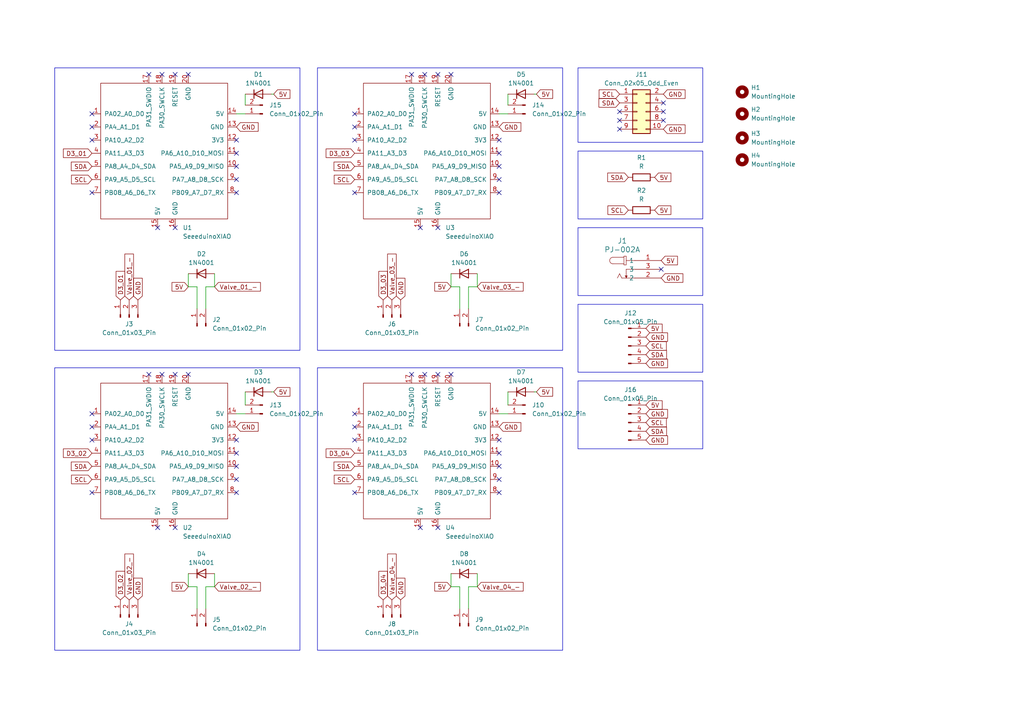
<source format=kicad_sch>
(kicad_sch (version 20230121) (generator eeschema)
  (paper "A4")
  (lib_symbols
    (symbol "Connector:Conn_01x02_Pin" (pin_names (offset 1.016) hide)
      (property "Reference" "J" (at 0 2.54 0))
      (property "Value" "Conn_01x02_Pin" (at 0 -5.08 0))
      (symbol "Conn_01x02_Pin_1_1"
        (polyline (pts (xy 1.27 -2.54) (xy 0.8636 -2.54)) (stroke (width 0.1524)))
        (polyline (pts (xy 1.27 0) (xy 0.8636 0)) (stroke (width 0.1524)))
        (rectangle (start 0.8636 -2.413) (end 0 -2.667) (stroke (width 0.1524)) (fill (type outline)))
        (rectangle (start 0.8636 0.127) (end 0 -0.127) (stroke (width 0.1524)) (fill (type outline)))
        (pin passive line (at 5.08 0 180) (length 3.81) (name "Pin_1") (number "1"))
        (pin passive line (at 5.08 -2.54 180) (length 3.81) (name "Pin_2") (number "2"))
      )
    )
    (symbol "Connector:Conn_01x03_Pin" (pin_names (offset 1.016) hide)
      (property "Reference" "J" (at 0 5.08 0))
      (property "Value" "Conn_01x03_Pin" (at 0 -5.08 0))
      (symbol "Conn_01x03_Pin_1_1"
        (polyline (pts (xy 1.27 -2.54) (xy 0.8636 -2.54)) (stroke (width 0.1524)))
        (polyline (pts (xy 1.27 0) (xy 0.8636 0)) (stroke (width 0.1524)))
        (polyline (pts (xy 1.27 2.54) (xy 0.8636 2.54)) (stroke (width 0.1524)))
        (rectangle (start 0.8636 -2.413) (end 0 -2.667) (stroke (width 0.1524)) (fill (type outline)))
        (rectangle (start 0.8636 0.127) (end 0 -0.127) (stroke (width 0.1524)) (fill (type outline)))
        (rectangle (start 0.8636 2.667) (end 0 2.413) (stroke (width 0.1524)) (fill (type outline)))
        (pin passive line (at 5.08 2.54 180) (length 3.81) (name "Pin_1") (number "1"))
        (pin passive line (at 5.08 0 180) (length 3.81) (name "Pin_2") (number "2"))
        (pin passive line (at 5.08 -2.54 180) (length 3.81) (name "Pin_3") (number "3"))
      )
    )
    (symbol "Connector:Conn_01x05_Pin" (pin_names (offset 1.016) hide)
      (property "Reference" "J" (at 0 7.62 0))
      (property "Value" "Conn_01x05_Pin" (at 0 -7.62 0))
      (symbol "Conn_01x05_Pin_1_1"
        (polyline (pts (xy 1.27 -5.08) (xy 0.8636 -5.08)) (stroke (width 0.1524)))
        (polyline (pts (xy 1.27 -2.54) (xy 0.8636 -2.54)) (stroke (width 0.1524)))
        (polyline (pts (xy 1.27 0) (xy 0.8636 0)) (stroke (width 0.1524)))
        (polyline (pts (xy 1.27 2.54) (xy 0.8636 2.54)) (stroke (width 0.1524)))
        (polyline (pts (xy 1.27 5.08) (xy 0.8636 5.08)) (stroke (width 0.1524)))
        (rectangle (start 0.8636 -4.953) (end 0 -5.207) (stroke (width 0.1524)) (fill (type outline)))
        (rectangle (start 0.8636 -2.413) (end 0 -2.667) (stroke (width 0.1524)) (fill (type outline)))
        (rectangle (start 0.8636 0.127) (end 0 -0.127) (stroke (width 0.1524)) (fill (type outline)))
        (rectangle (start 0.8636 2.667) (end 0 2.413) (stroke (width 0.1524)) (fill (type outline)))
        (rectangle (start 0.8636 5.207) (end 0 4.953) (stroke (width 0.1524)) (fill (type outline)))
        (pin passive line (at 5.08 5.08 180) (length 3.81) (name "Pin_1") (number "1"))
        (pin passive line (at 5.08 2.54 180) (length 3.81) (name "Pin_2") (number "2"))
        (pin passive line (at 5.08 0 180) (length 3.81) (name "Pin_3") (number "3"))
        (pin passive line (at 5.08 -2.54 180) (length 3.81) (name "Pin_4") (number "4"))
        (pin passive line (at 5.08 -5.08 180) (length 3.81) (name "Pin_5") (number "5"))
      )
    )
    (symbol "Connector_Generic:Conn_02x05_Odd_Even" (pin_names (offset 1.016) hide)
      (property "Reference" "J" (at 1.27 7.62 0))
      (property "Value" "Conn_02x05_Odd_Even" (at 1.27 -7.62 0))
      (symbol "Conn_02x05_Odd_Even_1_1"
        (rectangle (start -1.27 -4.953) (end 0 -5.207) (stroke (width 0.1524)))
        (rectangle (start -1.27 -2.413) (end 0 -2.667) (stroke (width 0.1524)))
        (rectangle (start -1.27 0.127) (end 0 -0.127) (stroke (width 0.1524)))
        (rectangle (start -1.27 2.667) (end 0 2.413) (stroke (width 0.1524)))
        (rectangle (start -1.27 5.207) (end 0 4.953) (stroke (width 0.1524)))
        (rectangle (start -1.27 6.35) (end 3.81 -6.35) (stroke (width 0.254)) (fill (type background)))
        (rectangle (start 3.81 -4.953) (end 2.54 -5.207) (stroke (width 0.1524)))
        (rectangle (start 3.81 -2.413) (end 2.54 -2.667) (stroke (width 0.1524)))
        (rectangle (start 3.81 0.127) (end 2.54 -0.127) (stroke (width 0.1524)))
        (rectangle (start 3.81 2.667) (end 2.54 2.413) (stroke (width 0.1524)))
        (rectangle (start 3.81 5.207) (end 2.54 4.953) (stroke (width 0.1524)))
        (pin passive line (at -5.08 5.08 0) (length 3.81) (name "Pin_1") (number "1"))
        (pin passive line (at 7.62 -5.08 180) (length 3.81) (name "Pin_10") (number "10"))
        (pin passive line (at 7.62 5.08 180) (length 3.81) (name "Pin_2") (number "2"))
        (pin passive line (at -5.08 2.54 0) (length 3.81) (name "Pin_3") (number "3"))
        (pin passive line (at 7.62 2.54 180) (length 3.81) (name "Pin_4") (number "4"))
        (pin passive line (at -5.08 0 0) (length 3.81) (name "Pin_5") (number "5"))
        (pin passive line (at 7.62 0 180) (length 3.81) (name "Pin_6") (number "6"))
        (pin passive line (at -5.08 -2.54 0) (length 3.81) (name "Pin_7") (number "7"))
        (pin passive line (at 7.62 -2.54 180) (length 3.81) (name "Pin_8") (number "8"))
        (pin passive line (at -5.08 -5.08 0) (length 3.81) (name "Pin_9") (number "9"))
      )
    )
    (symbol "Device:R" (pin_numbers hide) (pin_names (offset 0))
      (property "Reference" "R" (at 2.032 0 90))
      (property "Value" "R" (at 0 0 90))
      (symbol "R_0_1"
        (rectangle (start -1.016 -2.54) (end 1.016 2.54) (stroke (width 0.254)))
      )
      (symbol "R_1_1"
        (pin passive line (at 0 3.81 270) (length 1.27) (name "~") (number "1"))
        (pin passive line (at 0 -3.81 90) (length 1.27) (name "~") (number "2"))
      )
    )
    (symbol "Diode:1N4001" (pin_numbers hide) (pin_names hide)
      (property "Reference" "D" (at 0 2.54 0))
      (property "Value" "1N4001" (at 0 -2.54 0))
      (symbol "1N4001_0_1"
        (polyline (pts (xy -1.27 1.27) (xy -1.27 -1.27)) (stroke (width 0.254)))
        (polyline (pts (xy 1.27 0) (xy -1.27 0)))
        (polyline (pts (xy 1.27 1.27) (xy 1.27 -1.27) (xy -1.27 0) (xy 1.27 1.27)) (stroke (width 0.254)))
      )
      (symbol "1N4001_1_1"
        (pin passive line (at -3.81 0 0) (length 2.54) (name "K") (number "1"))
        (pin passive line (at 3.81 0 180) (length 2.54) (name "A") (number "2"))
      )
    )
    (symbol "Mechanical:MountingHole" (pin_names (offset 1.016))
      (property "Reference" "H" (at 0 5.08 0))
      (property "Value" "MountingHole" (at 0 3.175 0))
      (symbol "MountingHole_0_1"
        (circle (center 0 0) (radius 1.27) (stroke (width 1.27)))
      )
    )
    (symbol "Pneumatactors:PJ-002A" (pin_names (offset 0.254))
      (property "Reference" "J" (at -7.62 7.62 0))
      (property "Value" "PJ-002A" (at -7.62 5.08 0))
      (symbol "PJ-002A_0_1"
        (arc (start -13.97 0.9652) (mid -14.931 0) (end -13.97 -0.9652) (stroke (width 0.127)))
        (polyline (pts (xy -12.065 -3.81) (xy -12.7 -5.08)) (stroke (width 0.127)))
        (polyline (pts (xy -11.43 -5.08) (xy -12.065 -3.81)) (stroke (width 0.127)))
        (polyline (pts (xy -10.795 -0.9525) (xy -13.97 -0.9525)) (stroke (width 0.127)))
        (polyline (pts (xy -10.795 0.9525) (xy -13.97 0.9525)) (stroke (width 0.127)))
        (polyline (pts (xy -10.795 1.27) (xy -10.795 -1.27)) (stroke (width 0.127)))
        (polyline (pts (xy -10.795 1.27) (xy -10.16 1.27)) (stroke (width 0.127)))
        (polyline (pts (xy -10.16 -4.445) (xy -10.16 -2.54)) (stroke (width 0.127)))
        (polyline (pts (xy -10.16 -1.27) (xy -10.795 -1.27)) (stroke (width 0.127)))
        (polyline (pts (xy -10.16 1.27) (xy -10.16 -1.27)) (stroke (width 0.127)))
        (polyline (pts (xy -7.62 -5.08) (xy -11.43 -5.08)) (stroke (width 0.127)))
        (polyline (pts (xy -7.62 -2.54) (xy -10.16 -2.54)) (stroke (width 0.127)))
        (polyline (pts (xy -7.62 0) (xy -10.16 0)) (stroke (width 0.127)))
        (polyline (pts (xy -10.16 -5.08) (xy -9.8425 -4.445) (xy -10.4775 -4.445)) (fill (type outline)))
        (pin unspecified line (at 0 0 180) (length 7.62) (name "1") (number "1"))
        (pin unspecified line (at 0 -5.08 180) (length 7.62) (name "2") (number "2"))
        (pin unspecified line (at 0 -2.54 180) (length 7.62) (name "3") (number "3"))
      )
    )
    (symbol "Xiao:SeeeduinoXIAO" (pin_names (offset 1.016))
      (property "Reference" "U" (at -19.05 22.86 0))
      (property "Value" "SeeeduinoXIAO" (at -12.7 21.59 0))
      (symbol "SeeeduinoXIAO_0_1"
        (rectangle (start -19.05 20.32) (end 17.78 -19.05))
      )
      (symbol "SeeeduinoXIAO_1_1"
        (pin unspecified line (at -21.59 11.43 0) (length 2.54) (name "PA02_A0_D0") (number "1"))
        (pin unspecified line (at 20.32 -3.81 180) (length 2.54) (name "PA5_A9_D9_MISO") (number "10"))
        (pin unspecified line (at 20.32 0 180) (length 2.54) (name "PA6_A10_D10_MOSI") (number "11"))
        (pin unspecified line (at 20.32 3.81 180) (length 2.54) (name "3V3") (number "12"))
        (pin unspecified line (at 20.32 7.62 180) (length 2.54) (name "GND") (number "13"))
        (pin unspecified line (at 20.32 11.43 180) (length 2.54) (name "5V") (number "14"))
        (pin input line (at -2.54 -21.59 90) (length 2.54) (name "5V") (number "15"))
        (pin input line (at 2.54 -21.59 90) (length 2.54) (name "GND") (number "16"))
        (pin input line (at -5.08 22.86 270) (length 2.54) (name "PA31_SWDIO") (number "17"))
        (pin input line (at -1.27 22.86 270) (length 2.54) (name "PA30_SWCLK") (number "18"))
        (pin input line (at 2.54 22.86 270) (length 2.54) (name "RESET") (number "19"))
        (pin unspecified line (at -21.59 7.62 0) (length 2.54) (name "PA4_A1_D1") (number "2"))
        (pin input line (at 6.35 22.86 270) (length 2.54) (name "GND") (number "20"))
        (pin unspecified line (at -21.59 3.81 0) (length 2.54) (name "PA10_A2_D2") (number "3"))
        (pin unspecified line (at -21.59 0 0) (length 2.54) (name "PA11_A3_D3") (number "4"))
        (pin unspecified line (at -21.59 -3.81 0) (length 2.54) (name "PA8_A4_D4_SDA") (number "5"))
        (pin unspecified line (at -21.59 -7.62 0) (length 2.54) (name "PA9_A5_D5_SCL") (number "6"))
        (pin unspecified line (at -21.59 -11.43 0) (length 2.54) (name "PB08_A6_D6_TX") (number "7"))
        (pin unspecified line (at 20.32 -11.43 180) (length 2.54) (name "PB09_A7_D7_RX") (number "8"))
        (pin unspecified line (at 20.32 -7.62 180) (length 2.54) (name "PA7_A8_D8_SCK") (number "9"))
      )
    )
  )
  (no_connect (at 127 108.585))
  (no_connect (at 102.87 33.02))
  (no_connect (at 26.67 123.825))
  (no_connect (at 102.87 55.88))
  (no_connect (at 192.405 34.925))
  (no_connect (at 123.19 21.59))
  (no_connect (at 26.67 40.64))
  (no_connect (at 144.78 52.07))
  (no_connect (at 68.58 139.065))
  (no_connect (at 144.78 44.45))
  (no_connect (at 119.38 21.59))
  (no_connect (at 26.67 142.875))
  (no_connect (at 130.81 21.59))
  (no_connect (at 43.18 21.59))
  (no_connect (at 144.78 40.64))
  (no_connect (at 26.67 55.88))
  (no_connect (at 144.78 142.875))
  (no_connect (at 130.81 108.585))
  (no_connect (at 144.78 48.26))
  (no_connect (at 191.77 78.105))
  (no_connect (at 68.58 44.45))
  (no_connect (at 102.87 120.015))
  (no_connect (at 179.705 32.385))
  (no_connect (at 45.72 153.035))
  (no_connect (at 127 66.04))
  (no_connect (at 50.8 21.59))
  (no_connect (at 123.19 108.585))
  (no_connect (at 68.58 142.875))
  (no_connect (at 68.58 40.64))
  (no_connect (at 50.8 108.585))
  (no_connect (at 26.67 33.02))
  (no_connect (at 179.705 34.925))
  (no_connect (at 102.87 142.875))
  (no_connect (at 68.58 135.255))
  (no_connect (at 26.67 120.015))
  (no_connect (at 68.58 52.07))
  (no_connect (at 46.99 21.59))
  (no_connect (at 192.405 32.385))
  (no_connect (at 102.87 127.635))
  (no_connect (at 102.87 40.64))
  (no_connect (at 127 153.035))
  (no_connect (at 144.78 55.88))
  (no_connect (at 192.405 29.845))
  (no_connect (at 46.99 108.585))
  (no_connect (at 127 21.59))
  (no_connect (at 50.8 153.035))
  (no_connect (at 50.8 66.04))
  (no_connect (at 68.58 131.445))
  (no_connect (at 102.87 123.825))
  (no_connect (at 45.72 66.04))
  (no_connect (at 121.92 66.04))
  (no_connect (at 102.87 36.83))
  (no_connect (at 54.61 108.585))
  (no_connect (at 179.705 37.465))
  (no_connect (at 68.58 127.635))
  (no_connect (at 26.67 36.83))
  (no_connect (at 26.67 127.635))
  (no_connect (at 43.18 108.585))
  (no_connect (at 144.78 127.635))
  (no_connect (at 119.38 108.585))
  (no_connect (at 144.78 135.255))
  (no_connect (at 68.58 55.88))
  (no_connect (at 144.78 131.445))
  (no_connect (at 121.92 153.035))
  (no_connect (at 54.61 21.59))
  (no_connect (at 68.58 48.26))
  (no_connect (at 144.78 139.065))
  (wire (pts (xy 71.12 120.015) (xy 68.58 120.015)))
  (wire (pts (xy 133.35 170.18) (xy 130.81 170.18)))
  (wire (pts (xy 133.35 176.53) (xy 133.35 170.18)))
  (wire (pts (xy 54.61 79.375) (xy 54.61 83.185)))
  (wire (pts (xy 78.74 113.665) (xy 79.375 113.665)))
  (wire (pts (xy 62.23 79.375) (xy 62.23 83.185)))
  (wire (pts (xy 59.69 89.535) (xy 59.69 83.185)))
  (wire (pts (xy 71.12 113.665) (xy 71.12 117.475)))
  (wire (pts (xy 133.35 89.535) (xy 133.35 83.185)))
  (wire (pts (xy 78.74 27.305) (xy 79.375 27.305)))
  (wire (pts (xy 154.94 113.665) (xy 155.575 113.665)))
  (wire (pts (xy 71.12 33.02) (xy 68.58 33.02)))
  (wire (pts (xy 133.35 83.185) (xy 130.81 83.185)))
  (wire (pts (xy 138.43 79.375) (xy 138.43 83.185)))
  (wire (pts (xy 130.81 79.375) (xy 130.81 83.185)))
  (wire (pts (xy 138.43 166.37) (xy 138.43 170.18)))
  (wire (pts (xy 57.15 83.185) (xy 54.61 83.185)))
  (wire (pts (xy 135.89 170.18) (xy 138.43 170.18)))
  (wire (pts (xy 147.32 33.02) (xy 144.78 33.02)))
  (wire (pts (xy 71.12 27.305) (xy 71.12 30.48)))
  (wire (pts (xy 59.69 83.185) (xy 62.23 83.185)))
  (wire (pts (xy 57.15 170.18) (xy 54.61 170.18)))
  (wire (pts (xy 135.89 176.53) (xy 135.89 170.18)))
  (wire (pts (xy 57.15 89.535) (xy 57.15 83.185)))
  (wire (pts (xy 54.61 166.37) (xy 54.61 170.18)))
  (wire (pts (xy 147.32 120.015) (xy 144.78 120.015)))
  (wire (pts (xy 59.69 176.53) (xy 59.69 170.18)))
  (wire (pts (xy 62.23 166.37) (xy 62.23 170.18)))
  (wire (pts (xy 130.81 166.37) (xy 130.81 170.18)))
  (wire (pts (xy 154.94 27.305) (xy 155.575 27.305)))
  (wire (pts (xy 57.15 176.53) (xy 57.15 170.18)))
  (wire (pts (xy 147.32 27.305) (xy 147.32 30.48)))
  (wire (pts (xy 135.89 83.185) (xy 138.43 83.185)))
  (wire (pts (xy 147.32 113.665) (xy 147.32 117.475)))
  (wire (pts (xy 135.89 89.535) (xy 135.89 83.185)))
  (wire (pts (xy 59.69 170.18) (xy 62.23 170.18)))
  (rectangle (start 15.875 106.68) (end 86.995 188.595))
  (rectangle (start 167.64 43.815) (end 203.835 63.5))
  (rectangle (start 167.64 19.685) (end 203.835 41.275))
  (rectangle (start 92.075 19.685) (end 163.195 101.6))
  (rectangle (start 15.875 19.685) (end 86.995 101.6))
  (rectangle (start 167.64 66.04) (end 203.835 85.725))
  (rectangle (start 92.075 106.68) (end 163.195 188.595))
  (rectangle (start 167.64 110.49) (end 203.835 130.175))
  (rectangle (start 167.64 88.265) (end 203.835 107.95))
  (global_label "GND" (shape input) (at 187.325 105.41 0) (property "Intersheetrefs" "${INTERSHEET_REFS}" (effects hide)))
  (global_label "GND" (shape input) (at 116.205 86.995 90) (property "Intersheetrefs" "${INTERSHEET_REFS}" (effects hide)))
  (global_label "5V" (shape input) (at 187.325 95.25 0) (property "Intersheetrefs" "${INTERSHEET_REFS}" (effects hide)))
  (global_label "GND" (shape input) (at 40.005 173.99 90) (property "Intersheetrefs" "${INTERSHEET_REFS}" (effects hide)))
  (global_label "D3_04" (shape input) (at 111.125 173.99 90) (property "Intersheetrefs" "${INTERSHEET_REFS}" (effects hide)))
  (global_label "GND" (shape input) (at 187.325 97.79 0) (property "Intersheetrefs" "${INTERSHEET_REFS}" (effects hide)))
  (global_label "GND" (shape input) (at 68.58 123.825 0) (property "Intersheetrefs" "${INTERSHEET_REFS}" (effects hide)))
  (global_label "GND" (shape input) (at 116.205 173.99 90) (property "Intersheetrefs" "${INTERSHEET_REFS}" (effects hide)))
  (global_label "GND" (shape input) (at 192.405 37.465 0) (property "Intersheetrefs" "${INTERSHEET_REFS}" (effects hide)))
  (global_label "Valve_02_-" (shape input) (at 62.23 170.18 0) (property "Intersheetrefs" "${INTERSHEET_REFS}" (effects hide)))
  (global_label "D3_04" (shape input) (at 102.87 131.445 180) (property "Intersheetrefs" "${INTERSHEET_REFS}" (effects hide)))
  (global_label "SCL" (shape input) (at 179.705 27.305 180) (property "Intersheetrefs" "${INTERSHEET_REFS}" (effects hide)))
  (global_label "SDA" (shape input) (at 187.325 102.87 0) (property "Intersheetrefs" "${INTERSHEET_REFS}" (effects hide)))
  (global_label "GND" (shape input) (at 68.58 36.83 0) (property "Intersheetrefs" "${INTERSHEET_REFS}" (effects hide)))
  (global_label "SDA" (shape input) (at 102.87 135.255 180) (property "Intersheetrefs" "${INTERSHEET_REFS}" (effects hide)))
  (global_label "5V" (shape input) (at 189.865 51.435 0) (property "Intersheetrefs" "${INTERSHEET_REFS}" (effects hide)))
  (global_label "D3_01" (shape input) (at 26.67 44.45 180) (property "Intersheetrefs" "${INTERSHEET_REFS}" (effects hide)))
  (global_label "SCL" (shape input) (at 26.67 52.07 180) (property "Intersheetrefs" "${INTERSHEET_REFS}" (effects hide)))
  (global_label "SDA" (shape input) (at 179.705 29.845 180) (property "Intersheetrefs" "${INTERSHEET_REFS}" (effects hide)))
  (global_label "SDA" (shape input) (at 182.245 51.435 180) (property "Intersheetrefs" "${INTERSHEET_REFS}" (effects hide)))
  (global_label "GND" (shape input) (at 187.325 127.635 0) (property "Intersheetrefs" "${INTERSHEET_REFS}" (effects hide)))
  (global_label "5V" (shape input) (at 155.575 113.665 0) (property "Intersheetrefs" "${INTERSHEET_REFS}" (effects hide)))
  (global_label "Valve_02_-" (shape input) (at 37.465 173.99 90) (property "Intersheetrefs" "${INTERSHEET_REFS}" (effects hide)))
  (global_label "Valve_03_-" (shape input) (at 138.43 83.185 0) (property "Intersheetrefs" "${INTERSHEET_REFS}" (effects hide)))
  (global_label "GND" (shape input) (at 40.005 86.995 90) (property "Intersheetrefs" "${INTERSHEET_REFS}" (effects hide)))
  (global_label "SDA" (shape input) (at 102.87 48.26 180) (property "Intersheetrefs" "${INTERSHEET_REFS}" (effects hide)))
  (global_label "5V" (shape input) (at 54.61 83.185 180) (property "Intersheetrefs" "${INTERSHEET_REFS}" (effects hide)))
  (global_label "5V" (shape input) (at 189.865 60.96 0) (property "Intersheetrefs" "${INTERSHEET_REFS}" (effects hide)))
  (global_label "5V" (shape input) (at 79.375 113.665 0) (property "Intersheetrefs" "${INTERSHEET_REFS}" (effects hide)))
  (global_label "SCL" (shape input) (at 26.67 139.065 180) (property "Intersheetrefs" "${INTERSHEET_REFS}" (effects hide)))
  (global_label "SCL" (shape input) (at 187.325 122.555 0) (property "Intersheetrefs" "${INTERSHEET_REFS}" (effects hide)))
  (global_label "GND" (shape input) (at 144.78 123.825 0) (property "Intersheetrefs" "${INTERSHEET_REFS}" (effects hide)))
  (global_label "5V" (shape input) (at 187.325 117.475 0) (property "Intersheetrefs" "${INTERSHEET_REFS}" (effects hide)))
  (global_label "5V" (shape input) (at 130.81 83.185 180) (property "Intersheetrefs" "${INTERSHEET_REFS}" (effects hide)))
  (global_label "SDA" (shape input) (at 187.325 125.095 0) (property "Intersheetrefs" "${INTERSHEET_REFS}" (effects hide)))
  (global_label "5V" (shape input) (at 191.77 75.565 0) (property "Intersheetrefs" "${INTERSHEET_REFS}" (effects hide)))
  (global_label "SCL" (shape input) (at 102.87 139.065 180) (property "Intersheetrefs" "${INTERSHEET_REFS}" (effects hide)))
  (global_label "D3_01" (shape input) (at 34.925 86.995 90) (property "Intersheetrefs" "${INTERSHEET_REFS}" (effects hide)))
  (global_label "Valve_04_-" (shape input) (at 138.43 170.18 0) (property "Intersheetrefs" "${INTERSHEET_REFS}" (effects hide)))
  (global_label "SCL" (shape input) (at 102.87 52.07 180) (property "Intersheetrefs" "${INTERSHEET_REFS}" (effects hide)))
  (global_label "Valve_01_-" (shape input) (at 37.465 86.995 90) (property "Intersheetrefs" "${INTERSHEET_REFS}" (effects hide)))
  (global_label "Valve_04_-" (shape input) (at 113.665 173.99 90) (property "Intersheetrefs" "${INTERSHEET_REFS}" (effects hide)))
  (global_label "GND" (shape input) (at 144.78 36.83 0) (property "Intersheetrefs" "${INTERSHEET_REFS}" (effects hide)))
  (global_label "5V" (shape input) (at 54.61 170.18 180) (property "Intersheetrefs" "${INTERSHEET_REFS}" (effects hide)))
  (global_label "SCL" (shape input) (at 182.245 60.96 180) (property "Intersheetrefs" "${INTERSHEET_REFS}" (effects hide)))
  (global_label "GND" (shape input) (at 191.77 80.645 0) (property "Intersheetrefs" "${INTERSHEET_REFS}" (effects hide)))
  (global_label "SCL" (shape input) (at 187.325 100.33 0) (property "Intersheetrefs" "${INTERSHEET_REFS}" (effects hide)))
  (global_label "5V" (shape input) (at 155.575 27.305 0) (property "Intersheetrefs" "${INTERSHEET_REFS}" (effects hide)))
  (global_label "D3_02" (shape input) (at 26.67 131.445 180) (property "Intersheetrefs" "${INTERSHEET_REFS}" (effects hide)))
  (global_label "5V" (shape input) (at 130.81 170.18 180) (property "Intersheetrefs" "${INTERSHEET_REFS}" (effects hide)))
  (global_label "Valve_03_-" (shape input) (at 113.665 86.995 90) (property "Intersheetrefs" "${INTERSHEET_REFS}" (effects hide)))
  (global_label "5V" (shape input) (at 79.375 27.305 0) (property "Intersheetrefs" "${INTERSHEET_REFS}" (effects hide)))
  (global_label "D3_02" (shape input) (at 34.925 173.99 90) (property "Intersheetrefs" "${INTERSHEET_REFS}" (effects hide)))
  (global_label "Valve_01_-" (shape input) (at 62.23 83.185 0) (property "Intersheetrefs" "${INTERSHEET_REFS}" (effects hide)))
  (global_label "SDA" (shape input) (at 26.67 48.26 180) (property "Intersheetrefs" "${INTERSHEET_REFS}" (effects hide)))
  (global_label "D3_03" (shape input) (at 111.125 86.995 90) (property "Intersheetrefs" "${INTERSHEET_REFS}" (effects hide)))
  (global_label "GND" (shape input) (at 192.405 27.305 0) (property "Intersheetrefs" "${INTERSHEET_REFS}" (effects hide)))
  (global_label "GND" (shape input) (at 187.325 120.015 0) (property "Intersheetrefs" "${INTERSHEET_REFS}" (effects hide)))
  (global_label "SDA" (shape input) (at 26.67 135.255 180) (property "Intersheetrefs" "${INTERSHEET_REFS}" (effects hide)))
  (global_label "D3_03" (shape input) (at 102.87 44.45 180) (property "Intersheetrefs" "${INTERSHEET_REFS}" (effects hide)))
  (symbol (lib_id "Diode:1N4001") (at 58.42 166.37 0) (unit 1)
    (property "Reference" "D4" (at 58.42 160.655 0))
    (property "Value" "1N4001" (at 58.42 163.195 0))
    (property "Footprint" "Diode_THT:D_DO-41_SOD81_P10.16mm_Horizontal" (effects hide))
    (property "Datasheet" "http://www.vishay.com/docs/88503/1n4001.pdf" (effects hide))
    (property "Sim.Device" "D" (effects hide))
    (property "Sim.Pins" "1=K 2=A" (effects hide))
  )
  (symbol (lib_id "Xiao:SeeeduinoXIAO") (at 48.26 131.445 0) (unit 1)
    (property "Reference" "U2" (at 52.9941 153.035 0) (effects (justify left)))
    (property "Value" "SeeeduinoXIAO" (at 52.9941 155.575 0) (effects (justify left)))
    (property "Footprint" "Xiao:XIAO-Generic-Thruhole-14P-2.54-21X17.8MM" (effects hide))
  )
  (symbol (lib_id "Diode:1N4001") (at 74.93 27.305 0) (unit 1)
    (property "Reference" "D1" (at 74.93 21.59 0))
    (property "Value" "1N4001" (at 74.93 24.13 0))
    (property "Footprint" "Diode_THT:D_DO-41_SOD81_P10.16mm_Horizontal" (effects hide))
    (property "Datasheet" "http://www.vishay.com/docs/88503/1n4001.pdf" (effects hide))
    (property "Sim.Device" "D" (effects hide))
    (property "Sim.Pins" "1=K 2=A" (effects hide))
  )
  (symbol (lib_id "Connector:Conn_01x02_Pin") (at 76.2 120.015 180) (unit 1)
    (property "Reference" "J13" (at 78.105 117.475 0) (effects (justify right)))
    (property "Value" "Conn_01x02_Pin" (at 78.105 120.015 0) (effects (justify right)))
    (property "Footprint" "Connector_PinHeader_2.54mm:PinHeader_1x02_P2.54mm_Vertical" (effects hide))
  )
  (symbol (lib_id "Connector:Conn_01x02_Pin") (at 57.15 181.61 90) (unit 1)
    (property "Reference" "J5" (at 61.595 179.705 90) (effects (justify right)))
    (property "Value" "Conn_01x02_Pin" (at 61.595 182.245 90) (effects (justify right)))
    (property "Footprint" "Connector_PinHeader_2.54mm:PinHeader_1x02_P2.54mm_Vertical" (effects hide))
  )
  (symbol (lib_id "Mechanical:MountingHole") (at 215.265 40.005 0) (unit 1)
    (property "Reference" "H3" (at 217.805 38.735 0) (effects (justify left)))
    (property "Value" "MountingHole" (at 217.805 41.275 0) (effects (justify left)))
    (property "Footprint" "MountingHole:MountingHole_3.2mm_M3_ISO14580_Pad" (effects hide))
  )
  (symbol (lib_id "Connector:Conn_01x02_Pin") (at 76.2 33.02 180) (unit 1)
    (property "Reference" "J15" (at 78.105 30.48 0) (effects (justify right)))
    (property "Value" "Conn_01x02_Pin" (at 78.105 33.02 0) (effects (justify right)))
    (property "Footprint" "Connector_PinHeader_2.54mm:PinHeader_1x02_P2.54mm_Vertical" (effects hide))
  )
  (symbol (lib_id "Connector:Conn_01x02_Pin") (at 152.4 120.015 180) (unit 1)
    (property "Reference" "J10" (at 154.305 117.475 0) (effects (justify right)))
    (property "Value" "Conn_01x02_Pin" (at 154.305 120.015 0) (effects (justify right)))
    (property "Footprint" "Connector_PinHeader_2.54mm:PinHeader_1x02_P2.54mm_Vertical" (effects hide))
  )
  (symbol (lib_id "Diode:1N4001") (at 58.42 79.375 0) (unit 1)
    (property "Reference" "D2" (at 58.42 73.66 0))
    (property "Value" "1N4001" (at 58.42 76.2 0))
    (property "Footprint" "Diode_THT:D_DO-41_SOD81_P10.16mm_Horizontal" (effects hide))
    (property "Datasheet" "http://www.vishay.com/docs/88503/1n4001.pdf" (effects hide))
    (property "Sim.Device" "D" (effects hide))
    (property "Sim.Pins" "1=K 2=A" (effects hide))
  )
  (symbol (lib_id "Device:R") (at 186.055 60.96 90) (unit 1)
    (property "Reference" "R2" (at 186.055 55.245 90))
    (property "Value" "R" (at 186.055 57.785 90))
    (property "Footprint" "Resistor_THT:R_Axial_DIN0207_L6.3mm_D2.5mm_P10.16mm_Horizontal" (effects hide))
  )
  (symbol (lib_id "Mechanical:MountingHole") (at 215.265 33.02 0) (unit 1)
    (property "Reference" "H2" (at 217.805 31.75 0) (effects (justify left)))
    (property "Value" "MountingHole" (at 217.805 34.29 0) (effects (justify left)))
    (property "Footprint" "MountingHole:MountingHole_3.2mm_M3_ISO14580_Pad" (effects hide))
  )
  (symbol (lib_id "Diode:1N4001") (at 74.93 113.665 0) (unit 1)
    (property "Reference" "D3" (at 74.93 107.95 0))
    (property "Value" "1N4001" (at 74.93 110.49 0))
    (property "Footprint" "Diode_THT:D_DO-41_SOD81_P10.16mm_Horizontal" (effects hide))
    (property "Datasheet" "http://www.vishay.com/docs/88503/1n4001.pdf" (effects hide))
    (property "Sim.Device" "D" (effects hide))
    (property "Sim.Pins" "1=K 2=A" (effects hide))
  )
  (symbol (lib_id "Diode:1N4001") (at 151.13 113.665 0) (unit 1)
    (property "Reference" "D7" (at 151.13 107.95 0))
    (property "Value" "1N4001" (at 151.13 110.49 0))
    (property "Footprint" "Diode_THT:D_DO-41_SOD81_P10.16mm_Horizontal" (effects hide))
    (property "Datasheet" "http://www.vishay.com/docs/88503/1n4001.pdf" (effects hide))
    (property "Sim.Device" "D" (effects hide))
    (property "Sim.Pins" "1=K 2=A" (effects hide))
  )
  (symbol (lib_id "Connector:Conn_01x03_Pin") (at 113.665 92.075 90) (unit 1)
    (property "Reference" "J6" (at 113.665 93.98 90))
    (property "Value" "Conn_01x03_Pin" (at 113.665 96.52 90))
    (property "Footprint" "Connector_PinHeader_2.54mm:PinHeader_1x03_P2.54mm_Vertical" (effects hide))
  )
  (symbol (lib_id "Connector:Conn_01x02_Pin") (at 133.35 181.61 90) (unit 1)
    (property "Reference" "J9" (at 137.795 179.705 90) (effects (justify right)))
    (property "Value" "Conn_01x02_Pin" (at 137.795 182.245 90) (effects (justify right)))
    (property "Footprint" "Connector_PinHeader_2.54mm:PinHeader_1x02_P2.54mm_Vertical" (effects hide))
  )
  (symbol (lib_id "Diode:1N4001") (at 151.13 27.305 0) (unit 1)
    (property "Reference" "D5" (at 151.13 21.59 0))
    (property "Value" "1N4001" (at 151.13 24.13 0))
    (property "Footprint" "Diode_THT:D_DO-41_SOD81_P10.16mm_Horizontal" (effects hide))
    (property "Datasheet" "http://www.vishay.com/docs/88503/1n4001.pdf" (effects hide))
    (property "Sim.Device" "D" (effects hide))
    (property "Sim.Pins" "1=K 2=A" (effects hide))
  )
  (symbol (lib_id "Connector:Conn_01x03_Pin") (at 37.465 92.075 90) (unit 1)
    (property "Reference" "J3" (at 37.465 93.98 90))
    (property "Value" "Conn_01x03_Pin" (at 37.465 96.52 90))
    (property "Footprint" "Connector_PinHeader_2.54mm:PinHeader_1x03_P2.54mm_Vertical" (effects hide))
  )
  (symbol (lib_id "Connector:Conn_01x02_Pin") (at 57.15 94.615 90) (unit 1)
    (property "Reference" "J2" (at 61.595 92.71 90) (effects (justify right)))
    (property "Value" "Conn_01x02_Pin" (at 61.595 95.25 90) (effects (justify right)))
    (property "Footprint" "Connector_PinHeader_2.54mm:PinHeader_1x02_P2.54mm_Vertical" (effects hide))
  )
  (symbol (lib_id "Connector:Conn_01x05_Pin") (at 182.245 122.555 0) (unit 1)
    (property "Reference" "J16" (at 182.88 113.03 0))
    (property "Value" "Conn_01x05_Pin" (at 182.88 115.57 0))
    (property "Footprint" "Connector_PinHeader_2.54mm:PinHeader_1x05_P2.54mm_Vertical" (effects hide))
  )
  (symbol (lib_id "Connector:Conn_01x05_Pin") (at 182.245 100.33 0) (unit 1)
    (property "Reference" "J12" (at 182.88 90.805 0))
    (property "Value" "Conn_01x05_Pin" (at 182.88 93.345 0))
    (property "Footprint" "Connector_PinHeader_2.54mm:PinHeader_1x05_P2.54mm_Vertical" (effects hide))
  )
  (symbol (lib_id "Connector:Conn_01x03_Pin") (at 37.465 179.07 90) (unit 1)
    (property "Reference" "J4" (at 37.465 180.975 90))
    (property "Value" "Conn_01x03_Pin" (at 37.465 183.515 90))
    (property "Footprint" "Connector_PinHeader_2.54mm:PinHeader_1x03_P2.54mm_Vertical" (effects hide))
  )
  (symbol (lib_id "Xiao:SeeeduinoXIAO") (at 124.46 44.45 0) (unit 1)
    (property "Reference" "U3" (at 129.1941 66.04 0) (effects (justify left)))
    (property "Value" "SeeeduinoXIAO" (at 129.1941 68.58 0) (effects (justify left)))
    (property "Footprint" "Xiao:XIAO-Generic-Thruhole-14P-2.54-21X17.8MM" (effects hide))
  )
  (symbol (lib_id "Pneumatactors:PJ-002A") (at 191.77 75.565 0) (unit 1)
    (property "Reference" "J1" (at 180.4945 69.85 0) (effects (font (size 1.524 1.524))))
    (property "Value" "PJ-002A" (at 180.4945 72.39 0) (effects (font (size 1.524 1.524))))
    (property "Footprint" "Pneumatactors:PJ-002A_CUD" (effects hide))
    (property "Datasheet" "PJ-002A" (effects hide))
  )
  (symbol (lib_id "Mechanical:MountingHole") (at 215.265 46.355 0) (unit 1)
    (property "Reference" "H4" (at 217.805 45.085 0) (effects (justify left)))
    (property "Value" "MountingHole" (at 217.805 47.625 0) (effects (justify left)))
    (property "Footprint" "MountingHole:MountingHole_3.2mm_M3_ISO14580_Pad" (effects hide))
  )
  (symbol (lib_id "Device:R") (at 186.055 51.435 90) (unit 1)
    (property "Reference" "R1" (at 186.055 45.72 90))
    (property "Value" "R" (at 186.055 48.26 90))
    (property "Footprint" "Resistor_THT:R_Axial_DIN0207_L6.3mm_D2.5mm_P10.16mm_Horizontal" (effects hide))
  )
  (symbol (lib_id "Xiao:SeeeduinoXIAO") (at 48.26 44.45 0) (unit 1)
    (property "Reference" "U1" (at 52.9941 66.04 0) (effects (justify left)))
    (property "Value" "SeeeduinoXIAO" (at 52.9941 68.58 0) (effects (justify left)))
    (property "Footprint" "Xiao:XIAO-Generic-Thruhole-14P-2.54-21X17.8MM" (effects hide))
  )
  (symbol (lib_id "Connector:Conn_01x03_Pin") (at 113.665 179.07 90) (unit 1)
    (property "Reference" "J8" (at 113.665 180.975 90))
    (property "Value" "Conn_01x03_Pin" (at 113.665 183.515 90))
    (property "Footprint" "Connector_PinHeader_2.54mm:PinHeader_1x03_P2.54mm_Vertical" (effects hide))
  )
  (symbol (lib_id "Diode:1N4001") (at 134.62 166.37 0) (unit 1)
    (property "Reference" "D8" (at 134.62 160.655 0))
    (property "Value" "1N4001" (at 134.62 163.195 0))
    (property "Footprint" "Diode_THT:D_DO-41_SOD81_P10.16mm_Horizontal" (effects hide))
    (property "Datasheet" "http://www.vishay.com/docs/88503/1n4001.pdf" (effects hide))
    (property "Sim.Device" "D" (effects hide))
    (property "Sim.Pins" "1=K 2=A" (effects hide))
  )
  (symbol (lib_id "Mechanical:MountingHole") (at 215.265 26.67 0) (unit 1)
    (property "Reference" "H1" (at 217.805 25.4 0) (effects (justify left)))
    (property "Value" "MountingHole" (at 217.805 27.94 0) (effects (justify left)))
    (property "Footprint" "MountingHole:MountingHole_3.2mm_M3_ISO14580_Pad" (effects hide))
  )
  (symbol (lib_id "Connector:Conn_01x02_Pin") (at 152.4 33.02 180) (unit 1)
    (property "Reference" "J14" (at 154.305 30.48 0) (effects (justify right)))
    (property "Value" "Conn_01x02_Pin" (at 154.305 33.02 0) (effects (justify right)))
    (property "Footprint" "Connector_PinHeader_2.54mm:PinHeader_1x02_P2.54mm_Vertical" (effects hide))
  )
  (symbol (lib_id "Connector_Generic:Conn_02x05_Odd_Even") (at 184.785 32.385 0) (unit 1)
    (property "Reference" "J11" (at 186.055 21.59 0))
    (property "Value" "Conn_02x05_Odd_Even" (at 186.055 24.13 0))
    (property "Footprint" "Connector_PinHeader_2.54mm:PinHeader_2x05_P2.54mm_Vertical" (effects hide))
  )
  (symbol (lib_id "Connector:Conn_01x02_Pin") (at 133.35 94.615 90) (unit 1)
    (property "Reference" "J7" (at 137.795 92.71 90) (effects (justify right)))
    (property "Value" "Conn_01x02_Pin" (at 137.795 95.25 90) (effects (justify right)))
    (property "Footprint" "Connector_PinHeader_2.54mm:PinHeader_1x02_P2.54mm_Vertical" (effects hide))
  )
  (symbol (lib_id "Diode:1N4001") (at 134.62 79.375 0) (unit 1)
    (property "Reference" "D6" (at 134.62 73.66 0))
    (property "Value" "1N4001" (at 134.62 76.2 0))
    (property "Footprint" "Diode_THT:D_DO-41_SOD81_P10.16mm_Horizontal" (effects hide))
    (property "Datasheet" "http://www.vishay.com/docs/88503/1n4001.pdf" (effects hide))
    (property "Sim.Device" "D" (effects hide))
    (property "Sim.Pins" "1=K 2=A" (effects hide))
  )
  (symbol (lib_id "Xiao:SeeeduinoXIAO") (at 124.46 131.445 0) (unit 1)
    (property "Reference" "U4" (at 129.1941 153.035 0) (effects (justify left)))
    (property "Value" "SeeeduinoXIAO" (at 129.1941 155.575 0) (effects (justify left)))
    (property "Footprint" "Xiao:XIAO-Generic-Thruhole-14P-2.54-21X17.8MM" (effects hide))
  )
)
</source>
